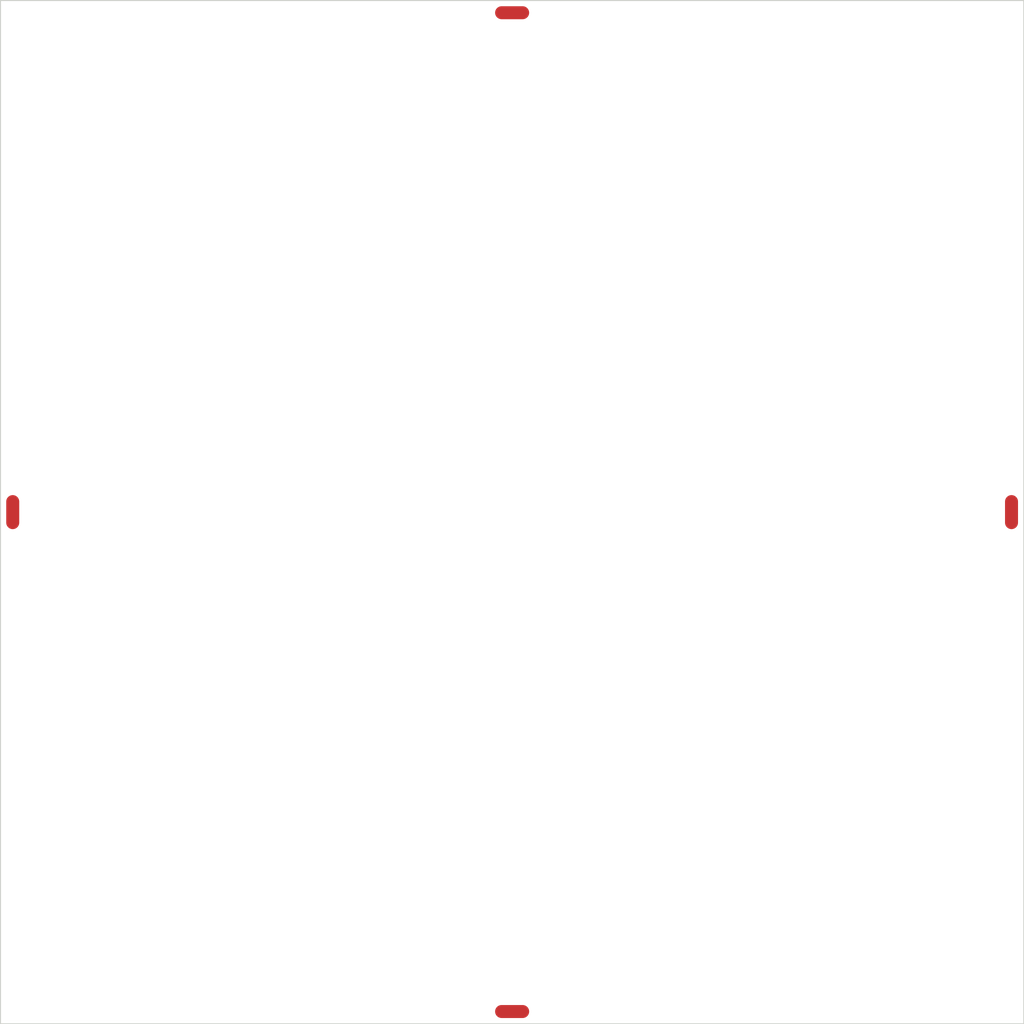
<source format=kicad_pcb>
(kicad_pcb (version 20170123) (host pcbnew "(2017-04-25 revision 5013ea2e8)-makepkg")

  (general
    (links 0)
    (no_connects 0)
    (area 65.989999 25.679999 166.090001 125.780001)
    (thickness 1.6)
    (drawings 4)
    (tracks 4)
    (zones 0)
    (modules 0)
    (nets 1)
  )

  (page A4)
  (layers
    (0 F.Cu signal)
    (31 B.Cu signal)
    (32 B.Adhes user)
    (33 F.Adhes user)
    (34 B.Paste user)
    (35 F.Paste user)
    (36 B.SilkS user)
    (37 F.SilkS user)
    (38 B.Mask user)
    (39 F.Mask user)
    (40 Dwgs.User user)
    (41 Cmts.User user)
    (42 Eco1.User user)
    (43 Eco2.User user)
    (44 Edge.Cuts user)
    (45 Margin user)
    (46 B.CrtYd user)
    (47 F.CrtYd user)
    (48 B.Fab user)
    (49 F.Fab user hide)
  )

  (setup
    (last_trace_width 0.25)
    (trace_clearance 0.18)
    (zone_clearance 0.508)
    (zone_45_only no)
    (trace_min 0.2)
    (segment_width 0.2)
    (edge_width 0.1)
    (via_size 0.8)
    (via_drill 0.4)
    (via_min_size 0.4)
    (via_min_drill 0.3)
    (uvia_size 0.3)
    (uvia_drill 0.1)
    (uvias_allowed no)
    (uvia_min_size 0.2)
    (uvia_min_drill 0.1)
    (pcb_text_width 0.3)
    (pcb_text_size 1.5 1.5)
    (mod_edge_width 0.15)
    (mod_text_size 1 1)
    (mod_text_width 0.15)
    (pad_size 1.5 1.5)
    (pad_drill 0.6)
    (pad_to_mask_clearance 0)
    (aux_axis_origin 66.04 125.73)
    (grid_origin 66.04 125.73)
    (visible_elements 7FFFFFFF)
    (pcbplotparams
      (layerselection 0x01000_7fffffff)
      (usegerberextensions true)
      (excludeedgelayer true)
      (linewidth 0.100000)
      (plotframeref false)
      (viasonmask false)
      (mode 1)
      (useauxorigin true)
      (hpglpennumber 1)
      (hpglpenspeed 20)
      (hpglpendiameter 15)
      (psnegative false)
      (psa4output false)
      (plotreference true)
      (plotvalue true)
      (plotinvisibletext false)
      (padsonsilk false)
      (subtractmaskfromsilk false)
      (outputformat 1)
      (mirror false)
      (drillshape 0)
      (scaleselection 1)
      (outputdirectory Gerber/))
  )

  (net 0 "")

  (net_class Default "This is the default net class."
    (clearance 0.18)
    (trace_width 0.25)
    (via_dia 0.8)
    (via_drill 0.4)
    (uvia_dia 0.3)
    (uvia_drill 0.1)
  )

  (net_class GND ""
    (clearance 0.2)
    (trace_width 0.5)
    (via_dia 0.8)
    (via_drill 0.4)
    (uvia_dia 0.3)
    (uvia_drill 0.1)
  )

  (net_class VCC ""
    (clearance 0.2)
    (trace_width 0.5)
    (via_dia 0.8)
    (via_drill 0.4)
    (uvia_dia 0.3)
    (uvia_drill 0.1)
  )

  (net_class VCC4 ""
    (clearance 0.18)
    (trace_width 0.4)
    (via_dia 0.8)
    (via_drill 0.4)
    (uvia_dia 0.3)
    (uvia_drill 0.1)
  )

  (gr_line (start 66.04 25.73) (end 66.04 125.73) (angle 90) (layer Edge.Cuts) (width 0.1))
  (gr_line (start 166.04 25.73) (end 66.04 25.73) (angle 90) (layer Edge.Cuts) (width 0.1))
  (gr_line (start 166.04 125.73) (end 166.04 25.73) (angle 90) (layer Edge.Cuts) (width 0.1))
  (gr_line (start 66.04 125.73) (end 166.04 125.73) (angle 90) (layer Edge.Cuts) (width 0.1))

  (segment (start 164.8462 76.7588) (end 164.8462 74.7012) (width 1.27) (layer F.Cu) (net 0) (tstamp 58FE6487))
  (segment (start 67.2338 76.7588) (end 67.2338 74.7012) (width 1.27) (layer F.Cu) (net 0))
  (segment (start 115.0112 26.9238) (end 117.0688 26.9238) (width 1.27) (layer F.Cu) (net 0) (tstamp 58FDBBE9))
  (segment (start 115.0112 124.5362) (end 117.0688 124.5362) (width 1.27) (layer F.Cu) (net 0))

)

</source>
